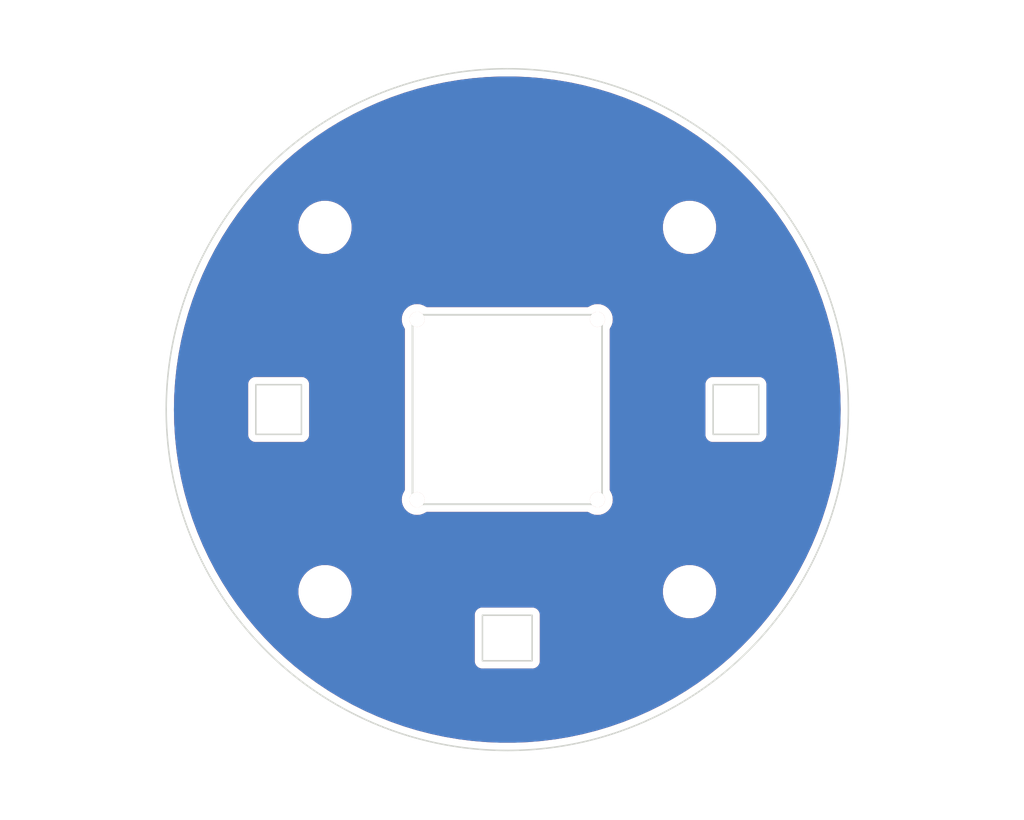
<source format=kicad_pcb>
(kicad_pcb (version 20211014) (generator pcbnew)
  (title_block (title "LSB1 - Top Plate") (date "2022-04-07") (rev "v1.0") (company "Tweety's Wild Thinking") (comment 1 "Markus Knutsson <markus.knutsson@tweety.se>") (comment 2 "https://github.com/TweetyDaBird") (comment 3 "Licensed under Creative Commons BY-SA 4.0 International "))
  (layers (0 "F.Cu" signal) (31 "B.Cu" signal) (34 "B.Paste" user) (35 "F.Paste" user) (36 "B.SilkS" user "B.Silkscreen") (37 "F.SilkS" user "F.Silkscreen") (38 "B.Mask" user) (39 "F.Mask" user) (44 "Edge.Cuts" user))
  (net 0 "")
  (footprint "Keyboard Switches & Encoders:Spacer Plate hole" (layer "F.Cu") (at 43.097185 72.726815)
    (fp_text reference "H3" hide)
    (fp_text value "Spacer_Plate")
    (pad "" np_thru_hole circle (at 0 0) (size 2.5 2.5) (drill 2.5) (layers *.Cu *.Mask))
  )
  (footprint "Keyboard Switches & Encoders:Spacer Plate hole" (layer "F.Cu") (at 43.097185 48.685185)
    (fp_text reference "H1" hide)
    (fp_text value "Spacer_Plate")
    (pad "" np_thru_hole circle (at 0 0) (size 2.5 2.5) (drill 2.5) (layers *.Cu *.Mask))
  )
  (footprint "Keyboard Switches & Encoders:Spacer Plate hole" (layer "F.Cu") (at 67.138815 72.726815)
    (fp_text reference "H2" hide)
    (fp_text value "Spacer_Plate")
    (pad "" np_thru_hole circle (at 0 0) (size 2.5 2.5) (drill 2.5) (layers *.Cu *.Mask))
  )
  (footprint "Keyboard Switches & Encoders:Spacer Plate hole" (layer "F.Cu") (at 67.138815 48.685185)
    (fp_text reference "H4" hide)
    (fp_text value "Spacer_Plate")
    (pad "" np_thru_hole circle (at 0 0) (size 2.5 2.5) (drill 2.5) (layers *.Cu *.Mask))
  )
  (footprint "Keyboard Switches & Encoders:Encoder_Plate_Placeholder" (layer "F.Cu") (at 55.118 60.706 90)
    (fp_text reference "SW5" hide)
    (fp_text value "Rotary_Encoder_Switch" hide)
    (fp_line (start 6.25 6.25) (end -6.25 6.25) (layer "Edge.Cuts") (width 0.12))
    (fp_line (start -6.25 6.25) (end -6.25 -6.25) (layer "Edge.Cuts") (width 0.12))
    (fp_line (start 6.25 -6.25) (end 6.25 6.25) (layer "Edge.Cuts") (width 0.12))
    (fp_line (start -6.25 -6.25) (end 6.25 -6.25) (layer "Edge.Cuts") (width 0.12))
    (pad "" np_thru_hole circle (at -5.95 -5.95 90) (size 1 1) (drill 1) (layers F&B.Cu *.Mask "B.SilkS"))
    (pad "" np_thru_hole circle (at 5.95 5.95 90) (size 1 1) (drill 1) (layers F&B.Cu *.Mask "B.SilkS"))
    (pad "" np_thru_hole circle (at -5.95 5.95 90) (size 1 1) (drill 1) (layers F&B.Cu *.Mask "B.SilkS"))
    (pad "" np_thru_hole circle (at 5.95 -5.95 90) (size 1 1) (drill 1) (layers F&B.Cu *.Mask "B.SilkS"))
  )
  (gr_rect (start 53.479929 74.281964) (end 56.756072 77.290034) (layer "Edge.Cuts") (width 0.1) (fill none))
  (gr_rect (start 38.533967 59.06793) (end 41.542036 62.344071) (layer "Edge.Cuts") (width 0.1) (fill none))
  (gr_circle (center 55.119582 60.712004) (end 77.615682 60.712004) (layer "Edge.Cuts") (width 0.1) (fill none))
  (gr_rect (start 68.693964 59.067929) (end 71.702033 62.34407) (layer "Edge.Cuts") (width 0.1) (fill none))
  (zone (net 0) (net_name "") (layers F&B.Cu) (connect_pads (clearance 0.508)) (min_thickness 0.254) (fill yes (thermal_gap 0.508) (thermal_bridge_width 0.508))
    (polygon (pts (xy 89.22 87.82) (xy 21.66 87.82) (xy 21.66 33.68) (xy 89.22 33.68)))
  )
)
</source>
